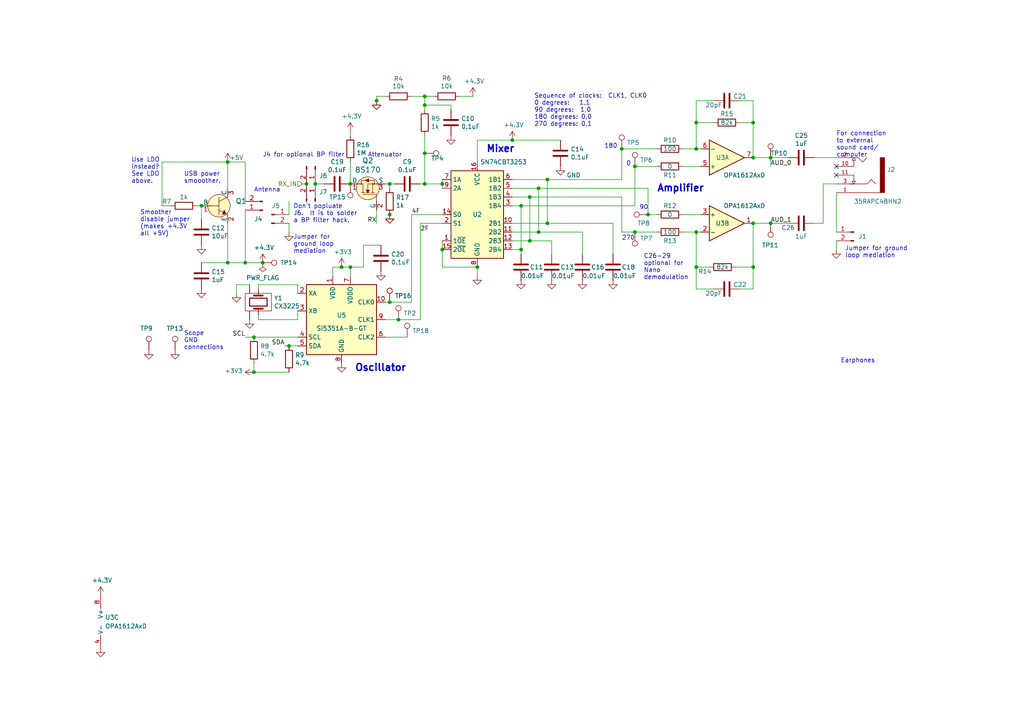
<source format=kicad_sch>
(kicad_sch (version 20230121) (generator eeschema)
  (paper "A4")
  (lib_symbols
    (symbol "Amplifier_Operational:OPA1612AxD" (pin_names (offset 0.127))
      (property "Reference" "U" (at 0 5.08 0))
      (property "Value" "OPA1612AxD" (at 0 -5.08 0))
      (symbol "OPA1612AxD_1_1"
        (pin output line (at 7.62 0 180) (length 2.54) (name "~") (number "1"))
        (pin input line (at -7.62 -2.54 0) (length 2.54) (name "-") (number "2"))
        (pin input line (at -7.62 2.54 0) (length 2.54) (name "+") (number "3"))
      )
      (symbol "OPA1612AxD_2_1"
        (pin input line (at -7.62 2.54 0) (length 2.54) (name "+") (number "5"))
        (pin input line (at -7.62 -2.54 0) (length 2.54) (name "-") (number "6"))
        (pin output line (at 7.62 0 180) (length 2.54) (name "~") (number "7"))
      )
      (symbol "OPA1612AxD_3_1"
        (pin power_in line (at -2.54 -7.62 90) (length 3.81) (name "V-") (number "4"))
        (pin power_in line (at -2.54 7.62 270) (length 3.81) (name "V+") (number "8"))
      )
    )
    (symbol "Analog_Switch:SN74CBT3253"
      (property "Reference" "U" (at -7.62 13.97 0))
      (property "Value" "SN74CBT3253" (at -11.43 -13.97 0))
      (symbol "SN74CBT3253_1_1"
        (pin input line (at -10.16 -7.62 0) (length 2.54) (name "1~{OE}") (number "1"))
        (pin bidirectional line (at 10.16 -2.54 180) (length 2.54) (name "2B1") (number "10"))
        (pin bidirectional line (at 10.16 -5.08 180) (length 2.54) (name "2B2") (number "11"))
        (pin bidirectional line (at 10.16 -7.62 180) (length 2.54) (name "2B3") (number "12"))
        (pin bidirectional line (at 10.16 -10.16 180) (length 2.54) (name "2B4") (number "13"))
        (pin input line (at -10.16 0 0) (length 2.54) (name "S0") (number "14"))
        (pin input line (at -10.16 -10.16 0) (length 2.54) (name "2~{OE}") (number "15"))
        (pin power_in line (at 0 15.24 270) (length 2.54) (name "VCC") (number "16"))
        (pin input line (at -10.16 -2.54 0) (length 2.54) (name "S1") (number "2"))
        (pin bidirectional line (at 10.16 2.54 180) (length 2.54) (name "1B4") (number "3"))
        (pin bidirectional line (at 10.16 5.08 180) (length 2.54) (name "1B3") (number "4"))
        (pin bidirectional line (at 10.16 7.62 180) (length 2.54) (name "1B2") (number "5"))
        (pin bidirectional line (at 10.16 10.16 180) (length 2.54) (name "1B1") (number "6"))
        (pin bidirectional line (at -10.16 10.16 0) (length 2.54) (name "1A") (number "7"))
        (pin power_in line (at 0 -15.24 90) (length 2.54) (name "GND") (number "8"))
        (pin bidirectional line (at -10.16 7.62 0) (length 2.54) (name "2A") (number "9"))
      )
    )
    (symbol "Device:C" (pin_numbers hide) (pin_names (offset 0.254))
      (property "Reference" "C" (at 0.635 2.54 0))
      (property "Value" "C" (at 0.635 -2.54 0))
      (symbol "C_1_1"
        (pin passive line (at 0 3.81 270) (length 2.794) (name "~") (number "1"))
        (pin passive line (at 0 -3.81 90) (length 2.794) (name "~") (number "2"))
      )
    )
    (symbol "Device:R" (pin_numbers hide) (pin_names (offset 0))
      (property "Reference" "R" (at 2.032 0 90))
      (property "Value" "R" (at 0 0 90))
      (symbol "R_1_1"
        (pin passive line (at 0 3.81 270) (length 1.27) (name "~") (number "1"))
        (pin passive line (at 0 -3.81 90) (length 1.27) (name "~") (number "2"))
      )
    )
    (symbol "Oscillator:Si5351A-B-GT"
      (property "Reference" "U" (at -8.89 11.43 0))
      (property "Value" "Si5351A-B-GT" (at -12.7 -12.7 0))
      (symbol "Si5351A-B-GT_1_1"
        (pin power_in line (at -2.54 12.7 270) (length 2.54) (name "VDD") (number "1"))
        (pin output line (at 12.7 5.08 180) (length 2.54) (name "CLK0") (number "10"))
        (pin input line (at -12.7 7.62 0) (length 2.54) (name "XA") (number "2"))
        (pin input line (at -12.7 2.54 0) (length 2.54) (name "XB") (number "3"))
        (pin input line (at -12.7 -5.08 0) (length 2.54) (name "SCL") (number "4"))
        (pin bidirectional line (at -12.7 -7.62 0) (length 2.54) (name "SDA") (number "5"))
        (pin output line (at 12.7 -5.08 180) (length 2.54) (name "CLK2") (number "6"))
        (pin power_in line (at 2.54 12.7 270) (length 2.54) (name "VDDO") (number "7"))
        (pin power_in line (at 0 -12.7 90) (length 2.54) (name "GND") (number "8"))
        (pin output line (at 12.7 0 180) (length 2.54) (name "CLK1") (number "9"))
      )
    )
    (symbol "dk_Transistors-FETs-MOSFETs-Single:BS170" (pin_names (offset 0))
      (property "Reference" "Q" (at -2.6924 3.6322 0))
      (property "Value" "BS170" (at 3.4544 0 90))
      (symbol "BS170_1_1"
        (pin bidirectional line (at 0 5.08 270) (length 2.54) (name "D") (number "1"))
        (pin bidirectional line (at -7.62 -2.54 0) (length 2.54) (name "G") (number "2"))
        (pin bidirectional line (at 0 -5.08 90) (length 2.54) (name "S") (number "3"))
      )
    )
    (symbol "muSDRx-rescue:+4.3V-lt6231" (power) (pin_names (offset 0))
      (property "Value" "+4.3V-lt6231" (at 0 3.556 0))
      (symbol "+4.3V-lt6231_1_1"
        (pin power_in line (at 0 0 90) (length 0) hide (name "+4.3V") (number "1"))
      )
    )
    (symbol "muSDRx-rescue:35RAPC4BHN2-35RAPC4BHN2" (pin_names (offset 1.016) hide)
      (property "Reference" "J" (at -5.1054 5.6134 0))
      (property "Value" "35RAPC4BHN2-35RAPC4BHN2" (at -5.1054 -7.6454 0))
      (symbol "35RAPC4BHN2-35RAPC4BHN2_0_0"
        (pin passive line (at 7.62 5.08 180) (length 5.08) (name "~") (number "1"))
        (pin passive line (at 7.62 -2.54 180) (length 5.08) (name "~") (number "10"))
        (pin passive line (at 7.62 0 180) (length 5.08) (name "~") (number "11"))
        (pin passive line (at 7.62 -5.08 180) (length 5.08) (name "~") (number "2"))
        (pin passive line (at 7.62 2.54 180) (length 5.08) (name "~") (number "3"))
      )
    )
    (symbol "muSDRx-rescue:CX3225-cx3225" (pin_numbers hide) (pin_names (offset 1.016) hide)
      (property "Reference" "Y" (at 0 5.08 0))
      (property "Value" "CX3225-cx3225" (at 0 -5.08 0))
      (symbol "CX3225-cx3225_1_1"
        (pin passive line (at -3.81 0 0) (length 1.27) (name "1") (number "1"))
        (pin passive line (at -5.08 2.54 0) (length 2.54) (name "GND") (number "2"))
        (pin passive line (at 3.81 0 180) (length 1.27) (name "2") (number "3"))
        (pin passive line (at 5.08 2.54 180) (length 2.54) (name "GND") (number "4"))
      )
    )
    (symbol "muSDRx-rescue:Conn_01x02_Male-Connector" (pin_names (offset 1.016) hide)
      (property "Reference" "J" (at 0 2.54 0))
      (property "Value" "Conn_01x02_Male-Connector" (at 0 -5.08 0))
      (symbol "Conn_01x02_Male-Connector_1_1"
        (pin passive line (at 5.08 0 180) (length 3.81) (name "Pin_1") (number "1"))
        (pin passive line (at 5.08 -2.54 180) (length 3.81) (name "Pin_2") (number "2"))
      )
    )
    (symbol "muSDRx-rescue:MMBT2222A-TP-dk_Transistors-Bipolar-BJT-Single-muSDR-rescue" (pin_names (offset 0))
      (property "Reference" "Q" (at -3.2004 4.2164 0))
      (property "Value" "MMBT2222A-TP-dk_Transistors-Bipolar-BJT-Single-muSDR-rescue" (at 5.2324 0 90))
      (symbol "MMBT2222A-TP-dk_Transistors-Bipolar-BJT-Single-muSDR-rescue_1_1"
        (pin input line (at -5.08 0 0) (length 2.54) (name "B") (number "1"))
        (pin passive line (at 2.54 -5.08 90) (length 2.54) (name "E") (number "2"))
        (pin passive line (at 2.54 5.08 270) (length 2.54) (name "C") (number "3"))
      )
    )
    (symbol "muSDRx-rescue:TestPoint-Connector" (pin_numbers hide) (pin_names (offset 0.762) hide)
      (property "Reference" "TP" (at 0 6.858 0))
      (property "Value" "TestPoint-Connector" (at 0 5.08 0))
      (symbol "TestPoint-Connector_1_1"
        (pin passive line (at 0 0 90) (length 2.54) (name "1") (number "1"))
      )
    )
    (symbol "power:+3.3V" (power) (pin_names (offset 0))
      (property "Value" "+3.3V" (at 0 3.556 0))
      (symbol "+3.3V_1_1"
        (pin power_in line (at 0 0 90) (length 0) hide (name "+3V3") (number "1"))
      )
    )
    (symbol "power:+5V" (power) (pin_names (offset 0))
      (property "Value" "+5V" (at 0 3.556 0))
      (symbol "+5V_1_1"
        (pin power_in line (at 0 0 90) (length 0) hide (name "+5V") (number "1"))
      )
    )
    (symbol "power:GND" (power) (pin_names (offset 0))
      (property "Value" "GND" (at 0 -3.81 0))
      (symbol "GND_1_1"
        (pin power_in line (at 0 0 270) (length 0) hide (name "GND") (number "1"))
      )
    )
    (symbol "power:PWR_FLAG" (power) (pin_numbers hide) (pin_names (offset 0) hide)
      (property "Value" "PWR_FLAG" (at 0 3.81 0))
      (symbol "PWR_FLAG_0_0"
        (pin power_out line (at 0 0 90) (length 0) (name "pwr") (number "1"))
      )
    )
  )
  (junction (at 113.03 53.34))
  (junction (at 153.67 57.15))
  (junction (at 58.42 59.69))
  (junction (at 218.44 45.72))
  (junction (at 223.52 64.77))
  (junction (at 128.27 53.34))
  (junction (at 151.13 72.39))
  (junction (at 73.66 107.95))
  (junction (at 91.44 53.34))
  (junction (at 223.52 45.72))
  (junction (at 99.06 77.47))
  (junction (at 66.04 46.99))
  (junction (at 201.93 67.31))
  (junction (at 123.19 27.94))
  (junction (at 158.75 64.77))
  (junction (at 113.03 87.63))
  (junction (at 187.96 62.23))
  (junction (at 218.44 64.77))
  (junction (at 113.03 62.23))
  (junction (at 128.27 72.39))
  (junction (at 153.67 69.85))
  (junction (at 158.75 52.07))
  (junction (at 123.19 44.45))
  (junction (at 66.04 76.2))
  (junction (at 123.19 30.48))
  (junction (at 218.44 77.47))
  (junction (at 218.44 35.56))
  (junction (at 180.34 43.18))
  (junction (at 101.6 77.47))
  (junction (at 201.93 35.56))
  (junction (at 123.19 53.34))
  (junction (at 184.15 67.31))
  (junction (at 138.43 77.47))
  (junction (at 83.82 100.33))
  (junction (at 156.21 54.61))
  (junction (at 201.93 43.18))
  (junction (at 109.22 29.21))
  (junction (at 156.21 67.31))
  (junction (at 73.66 97.79))
  (junction (at 201.93 77.47))
  (junction (at 148.59 40.64))
  (junction (at 151.13 59.69))
  (junction (at 184.15 48.26))
  (junction (at 71.12 76.2))
  (junction (at 101.6 53.34))
  (junction (at 88.9 53.34))
  (junction (at 76.2 76.2))
  (junction (at 115.57 92.71))
  (no_connect (at 242.57 48.26))
  (no_connect (at 242.57 50.8))
  (wire (pts (xy 123.19 27.94) (xy 119.38 27.94)))
  (wire (pts (xy 74.93 83.82) (xy 74.93 82.55)))
  (wire (pts (xy 180.34 43.18) (xy 190.5 43.18)))
  (wire (pts (xy 66.04 64.77) (xy 66.04 76.2)))
  (wire (pts (xy 86.36 92.71) (xy 86.36 90.17)))
  (wire (pts (xy 58.42 59.69) (xy 57.15 59.69)))
  (wire (pts (xy 74.93 92.71) (xy 86.36 92.71)))
  (wire (pts (xy 83.82 100.33) (xy 86.36 100.33)))
  (wire (pts (xy 115.57 92.71) (xy 121.92 92.71)))
  (wire (pts (xy 130.81 31.75) (xy 130.81 30.48)))
  (wire (pts (xy 83.82 58.42) (xy 83.82 62.23)))
  (wire (pts (xy 121.92 64.77) (xy 128.27 64.77)))
  (wire (pts (xy 58.42 76.2) (xy 66.04 76.2)))
  (wire (pts (xy 125.73 27.94) (xy 123.19 27.94)))
  (wire (pts (xy 105.41 77.47) (xy 105.41 71.12)))
  (wire (pts (xy 214.63 29.21) (xy 218.44 29.21)))
  (wire (pts (xy 223.52 48.26) (xy 223.52 45.72)))
  (wire (pts (xy 158.75 64.77) (xy 158.75 52.07)))
  (wire (pts (xy 66.04 54.61) (xy 66.04 46.99)))
  (wire (pts (xy 138.43 40.64) (xy 148.59 40.64)))
  (wire (pts (xy 128.27 69.85) (xy 128.27 72.39)))
  (wire (pts (xy 238.76 53.34) (xy 238.76 64.77)))
  (wire (pts (xy 113.03 87.63) (xy 119.38 87.63)))
  (wire (pts (xy 160.02 69.85) (xy 153.67 69.85)))
  (wire (pts (xy 128.27 54.61) (xy 128.27 53.34)))
  (wire (pts (xy 156.21 67.31) (xy 168.91 67.31)))
  (wire (pts (xy 184.15 59.69) (xy 184.15 48.26)))
  (wire (pts (xy 201.93 77.47) (xy 205.74 77.47)))
  (wire (pts (xy 68.58 82.55) (xy 72.39 82.55)))
  (wire (pts (xy 96.52 77.47) (xy 96.52 80.01)))
  (wire (pts (xy 128.27 72.39) (xy 128.27 77.47)))
  (wire (pts (xy 46.99 46.99) (xy 66.04 46.99)))
  (wire (pts (xy 83.82 64.77) (xy 83.82 67.31)))
  (wire (pts (xy 96.52 77.47) (xy 99.06 77.47)))
  (wire (pts (xy 109.22 64.77) (xy 109.22 60.96)))
  (wire (pts (xy 148.59 72.39) (xy 151.13 72.39)))
  (wire (pts (xy 151.13 72.39) (xy 151.13 73.66)))
  (wire (pts (xy 101.6 77.47) (xy 99.06 77.47)))
  (wire (pts (xy 236.22 45.72) (xy 242.57 45.72)))
  (wire (pts (xy 153.67 57.15) (xy 148.59 57.15)))
  (wire (pts (xy 151.13 59.69) (xy 151.13 72.39)))
  (wire (pts (xy 74.93 82.55) (xy 86.36 82.55)))
  (wire (pts (xy 148.59 59.69) (xy 151.13 59.69)))
  (wire (pts (xy 238.76 53.34) (xy 242.57 53.34)))
  (wire (pts (xy 121.92 53.34) (xy 123.19 53.34)))
  (wire (pts (xy 218.44 77.47) (xy 218.44 64.77)))
  (wire (pts (xy 71.12 58.42) (xy 71.12 46.99)))
  (wire (pts (xy 49.53 59.69) (xy 46.99 59.69)))
  (wire (pts (xy 201.93 35.56) (xy 207.01 35.56)))
  (wire (pts (xy 180.34 52.07) (xy 158.75 52.07)))
  (wire (pts (xy 214.63 35.56) (xy 218.44 35.56)))
  (wire (pts (xy 128.27 77.47) (xy 138.43 77.47)))
  (wire (pts (xy 66.04 76.2) (xy 71.12 76.2)))
  (wire (pts (xy 158.75 64.77) (xy 177.8 64.77)))
  (wire (pts (xy 187.96 54.61) (xy 156.21 54.61)))
  (wire (pts (xy 46.99 46.99) (xy 46.99 59.69)))
  (wire (pts (xy 190.5 62.23) (xy 187.96 62.23)))
  (wire (pts (xy 114.3 53.34) (xy 113.03 53.34)))
  (wire (pts (xy 198.12 67.31) (xy 201.93 67.31)))
  (wire (pts (xy 101.6 38.1) (xy 101.6 39.37)))
  (wire (pts (xy 201.93 35.56) (xy 201.93 29.21)))
  (wire (pts (xy 180.34 57.15) (xy 180.34 67.31)))
  (wire (pts (xy 180.34 52.07) (xy 180.34 43.18)))
  (wire (pts (xy 218.44 64.77) (xy 223.52 64.77)))
  (wire (pts (xy 111.76 97.79) (xy 118.11 97.79)))
  (wire (pts (xy 123.19 53.34) (xy 128.27 53.34)))
  (wire (pts (xy 109.22 27.94) (xy 109.22 29.21)))
  (wire (pts (xy 73.66 97.79) (xy 86.36 97.79)))
  (wire (pts (xy 218.44 35.56) (xy 218.44 45.72)))
  (wire (pts (xy 121.92 92.71) (xy 121.92 64.77)))
  (wire (pts (xy 218.44 45.72) (xy 223.52 45.72)))
  (wire (pts (xy 101.6 80.01) (xy 101.6 77.47)))
  (wire (pts (xy 105.41 71.12) (xy 110.49 71.12)))
  (wire (pts (xy 203.2 62.23) (xy 198.12 62.23)))
  (wire (pts (xy 73.66 97.79) (xy 71.12 97.79)))
  (wire (pts (xy 180.34 67.31) (xy 184.15 67.31)))
  (wire (pts (xy 201.93 67.31) (xy 201.93 77.47)))
  (wire (pts (xy 123.19 30.48) (xy 123.19 27.94)))
  (wire (pts (xy 218.44 77.47) (xy 218.44 83.82)))
  (wire (pts (xy 111.76 87.63) (xy 113.03 87.63)))
  (wire (pts (xy 148.59 69.85) (xy 153.67 69.85)))
  (wire (pts (xy 82.55 100.33) (xy 83.82 100.33)))
  (wire (pts (xy 184.15 67.31) (xy 190.5 67.31)))
  (wire (pts (xy 203.2 48.26) (xy 198.12 48.26)))
  (wire (pts (xy 207.01 83.82) (xy 201.93 83.82)))
  (wire (pts (xy 203.2 43.18) (xy 201.93 43.18)))
  (wire (pts (xy 153.67 69.85) (xy 153.67 57.15)))
  (wire (pts (xy 223.52 45.72) (xy 228.6 45.72)))
  (wire (pts (xy 111.76 27.94) (xy 109.22 27.94)))
  (wire (pts (xy 138.43 46.99) (xy 138.43 40.64)))
  (wire (pts (xy 162.56 40.64) (xy 148.59 40.64)))
  (wire (pts (xy 130.81 30.48) (xy 123.19 30.48)))
  (wire (pts (xy 74.93 91.44) (xy 74.93 92.71)))
  (wire (pts (xy 111.76 92.71) (xy 115.57 92.71)))
  (wire (pts (xy 242.57 69.85) (xy 242.57 72.39)))
  (wire (pts (xy 101.6 77.47) (xy 105.41 77.47)))
  (wire (pts (xy 223.52 64.77) (xy 228.6 64.77)))
  (wire (pts (xy 213.36 77.47) (xy 218.44 77.47)))
  (wire (pts (xy 68.58 85.09) (xy 68.58 82.55)))
  (wire (pts (xy 177.8 64.77) (xy 177.8 73.66)))
  (wire (pts (xy 71.12 46.99) (xy 66.04 46.99)))
  (wire (pts (xy 201.93 43.18) (xy 201.93 35.56)))
  (wire (pts (xy 123.19 39.37) (xy 123.19 44.45)))
  (wire (pts (xy 71.12 76.2) (xy 76.2 76.2)))
  (wire (pts (xy 138.43 77.47) (xy 138.43 80.01)))
  (wire (pts (xy 201.93 43.18) (xy 198.12 43.18)))
  (wire (pts (xy 242.57 55.88) (xy 242.57 67.31)))
  (wire (pts (xy 113.03 53.34) (xy 113.03 54.61)))
  (wire (pts (xy 218.44 29.21) (xy 218.44 35.56)))
  (wire (pts (xy 73.66 105.41) (xy 73.66 107.95)))
  (wire (pts (xy 111.76 53.34) (xy 113.03 53.34)))
  (wire (pts (xy 214.63 83.82) (xy 218.44 83.82)))
  (wire (pts (xy 184.15 48.26) (xy 190.5 48.26)))
  (wire (pts (xy 151.13 59.69) (xy 184.15 59.69)))
  (wire (pts (xy 133.35 27.94) (xy 137.16 27.94)))
  (wire (pts (xy 160.02 69.85) (xy 160.02 73.66)))
  (wire (pts (xy 187.96 62.23) (xy 187.96 54.61)))
  (wire (pts (xy 71.12 60.96) (xy 71.12 76.2)))
  (wire (pts (xy 148.59 64.77) (xy 158.75 64.77)))
  (wire (pts (xy 73.66 107.95) (xy 83.82 107.95)))
  (wire (pts (xy 158.75 52.07) (xy 148.59 52.07)))
  (wire (pts (xy 123.19 44.45) (xy 123.19 53.34)))
  (wire (pts (xy 58.42 59.69) (xy 58.42 63.5)))
  (wire (pts (xy 156.21 67.31) (xy 148.59 67.31)))
  (wire (pts (xy 93.98 53.34) (xy 91.44 53.34)))
  (wire (pts (xy 156.21 54.61) (xy 156.21 67.31)))
  (wire (pts (xy 201.93 77.47) (xy 201.93 83.82)))
  (wire (pts (xy 128.27 53.34) (xy 128.27 52.07)))
  (wire (pts (xy 207.01 29.21) (xy 201.93 29.21)))
  (wire (pts (xy 119.38 87.63) (xy 119.38 62.23)))
  (wire (pts (xy 201.93 67.31) (xy 203.2 67.31)))
  (wire (pts (xy 153.67 57.15) (xy 180.34 57.15)))
  (wire (pts (xy 148.59 54.61) (xy 156.21 54.61)))
  (wire (pts (xy 119.38 62.23) (xy 128.27 62.23)))
  (wire (pts (xy 236.22 64.77) (xy 238.76 64.77)))
  (wire (pts (xy 88.9 53.34) (xy 87.63 53.34)))
  (wire (pts (xy 101.6 46.99) (xy 101.6 53.34)))
  (wire (pts (xy 86.36 82.55) (xy 86.36 85.09)))
  (wire (pts (xy 168.91 67.31) (xy 168.91 73.66)))
  (wire (pts (xy 123.19 31.75) (xy 123.19 30.48)))
  (text "0" (at 181.61 48.26 0) (effects (font (size 1.27 1.27)) (justify left bottom)))
  (text "Amplifier" (at 190.5 55.88 0) (effects (font (size 2.0066 2.0066) (thickness 0.4013) bold) (justify left bottom)))
  (text "180\n" (at 175.26 43.18 0) (effects (font (size 1.27 1.27)) (justify left bottom)))
  (text "Use LDO\ninstead?\nSee LDO\nabove." (at 38.1 53.34 0) (effects (font (size 1.27 1.27)) (justify left bottom)))
  (text "Smoother\ndisable jumper\n(makes +4.3V \nall +5V)" (at 40.64 68.58 0) (effects (font (size 1.27 1.27)) (justify left bottom)))
  (text "270" (at 180.34 69.85 0) (effects (font (size 1.27 1.27)) (justify left bottom)))
  (text "Attenuator" (at 106.68 45.72 0) (effects (font (size 1.27 1.27)) (justify left bottom)))
  (text "J4 for optional BP filter" (at 76.2 45.72 0) (effects (font (size 1.27 1.27)) (justify left bottom)))
  (text "For connection\nto external \nsound card/\ncomputer" (at 242.57 45.72 0) (effects (font (size 1.27 1.27)) (justify left bottom)))
  (text "Oscillator" (at 102.87 107.95 0) (effects (font (size 2.0066 2.0066) (thickness 0.4013) bold) (justify left bottom)))
  (text "Don't popluate\nJ6.  It is to solder\na BP filter hack." (at 85.09 64.77 0) (effects (font (size 1.27 1.27)) (justify left bottom)))
  (text "90" (at 185.42 60.96 0) (effects (font (size 1.27 1.27)) (justify left bottom)))
  (text "Earphones" (at 243.84 105.41 0) (effects (font (size 1.27 1.27)) (justify left bottom)))
  (text "USB power\nsmooother." (at 53.34 53.34 0) (effects (font (size 1.27 1.27)) (justify left bottom)))
  (text "Scope \nGND\nconnections" (at 53.34 101.6 0) (effects (font (size 1.27 1.27)) (justify left bottom)))
  (text "Jumper for \nground loop \nmediation" (at 85.09 73.66 0) (effects (font (size 1.27 1.27)) (justify left bottom)))
  (text "Mixer" (at 140.97 44.45 0) (effects (font (size 2.0066 2.0066) (thickness 0.4013) bold) (justify left bottom)))
  (text "Sequence of clocks:  CLK1, CLK0\n0 degrees:   1,1\n90 degrees:  1,0\n180 degrees: 0,0\n270 degrees: 0,1" (at 154.94 36.83 0) (effects (font (size 1.27 1.27)) (justify left bottom)))
  (text "Jumper for ground \nloop mediation" (at 245.11 74.93 0) (effects (font (size 1.27 1.27)) (justify left bottom)))
  (text "C26-29 \noptional for \nNano\ndemodulation" (at 186.69 81.28 0) (effects (font (size 1.27 1.27)) (justify left bottom)))
  (text "Antenna" (at 73.66 55.88 0) (effects (font (size 1.27 1.27)) (justify left bottom)))
  (label "2F" (at 121.92 67.31 0))
  (label "4F" (at 119.38 62.23 0))
  (label "SDA" (at 82.55 100.33 180))
  (label "SCL" (at 71.12 97.79 180))
  (label "AUD_1" (at 223.52 64.77 0))
  (label "AUD_0" (at 223.52 48.26 0))
  (label "RX" (at 109.22 64.77 180))
  (hierarchical_label "RX_IN" (shape input) (at 87.63 53.34 180))
  (symbol (lib_id "Device:C") (at 232.41 45.72 270) (unit 1)
    (property "Reference" "C25" (at 232.41 39.3192 90))
    (property "Value" "1uF" (at 232.41 41.6306 90))
    (property "Footprint" "Capacitors_SMD:C_0805" (effects hide))
    (instances (project "SDR-TRX" (path "" (reference "C25") (unit 1))) (project "muSDRx" (path "" (reference "C22") (unit 1))))
  )
  (symbol (lib_id "power:GND") (at 109.22 29.21 0) (unit 1)
    (property "Reference" "#PWR048" (effects hide))
    (property "Value" "GND" (effects hide))
    (instances (project "SDR-TRX" (path "" (reference "#PWR048") (unit 1))) (project "muSDRx" (path "" (reference "#PWR024") (unit 1))))
  )
  (symbol (lib_id "power:GND") (at 99.06 105.41 0) (unit 1)
    (property "Reference" "#PWR046" (effects hide))
    (property "Value" "GND" (effects hide))
    (instances (project "SDR-TRX" (path "" (reference "#PWR046") (unit 1))) (project "muSDRx" (path "" (reference "#PWR022") (unit 1))))
  )
  (symbol (lib_id "muSDRx-rescue:TestPoint-Connector") (at 50.8 101.6 0) (unit 1)
    (property "Reference" "TP13" (at 48.26 95.25 0) (effects (justify left)))
    (property "Value" "TestPoint" (effects hide))
    (property "Footprint" "Connectors:PINTST" (effects hide))
    (instances (project "SDR-TRX" (path "" (reference "TP13") (unit 1))) (project "muSDRx" (path "" (reference "TP11") (unit 1))))
  )
  (symbol (lib_id "Device:C") (at 151.13 77.47 0) (unit 1)
    (property "Reference" "C11" (at 153.67 77.47 0) (effects (justify left)))
    (property "Value" "0.01uF" (at 151.13 80.01 0) (effects (justify left)))
    (property "Footprint" "Capacitors_SMD:C_0805" (effects hide))
  )
  (symbol (lib_id "Device:C") (at 168.91 77.47 0) (unit 1)
    (property "Reference" "C16" (at 171.45 77.47 0) (effects (justify left)))
    (property "Value" "0.01uF" (at 168.91 80.01 0) (effects (justify left)))
    (property "Footprint" "Capacitors_SMD:C_0805" (effects hide))
    (instances (project "SDR-TRX" (path "" (reference "C16") (unit 1))) (project "muSDRx" (path "" (reference "C14") (unit 1))))
  )
  (symbol (lib_id "power:GND") (at 29.21 187.96 0) (mirror y) (unit 1)
    (property "Reference" "#PWR022" (effects hide))
    (property "Value" "GND" (effects hide))
    (instances (project "SDR-TRX" (path "" (reference "#PWR022") (unit 1))) (project "muSDRx" (path "" (reference "#PWR059") (unit 1))))
  )
  (symbol (lib_id "muSDRx-rescue:Conn_01x02_Male-Connector") (at 91.44 58.42 270) (mirror x) (unit 1)
    (property "Reference" "J7" (at 92.5576 55.6768 90) (effects (justify left)))
    (property "Value" "Conn_01x02_Male" (effects hide))
    (property "Footprint" "Pin_Headers:Pin_Header_Straight_1x02_Pitch2.54mm" (effects hide))
    (instances (project "SDR-TRX" (path "" (reference "J7") (unit 1))) (project "muSDRx" (path "" (reference "J6") (unit 1))))
  )
  (symbol (lib_id "power:GND") (at 83.82 67.31 0) (unit 1)
    (property "Reference" "#PWR042" (effects hide))
    (property "Value" "GND" (effects hide))
    (instances (project "SDR-TRX" (path "" (reference "#PWR042") (unit 1))) (project "muSDRx" (path "" (reference "#PWR020") (unit 1))))
  )
  (symbol (lib_id "power:GND") (at 138.43 80.01 0) (unit 1)
    (property "Reference" "#PWR019" (effects hide))
    (property "Value" "GND" (effects hide))
    (instances (project "SDR-TRX" (path "" (reference "#PWR019") (unit 1))) (project "muSDRx" (path "" (reference "#PWR031") (unit 1))))
  )
  (symbol (lib_id "Device:R") (at 210.82 35.56 270) (unit 1)
    (property "Reference" "R15" (at 210.82 33.02 90))
    (property "Value" "82k" (at 210.82 35.56 90))
    (property "Footprint" "Resistors_SMD:R_0805" (effects hide))
    (instances (project "SDR-TRX" (path "" (reference "R15") (unit 1))) (project "muSDRx" (path "" (reference "R22") (unit 1))))
  )
  (symbol (lib_id "Amplifier_Operational:OPA1612AxD") (at 210.82 45.72 0) (mirror x) (unit 2)
    (property "Reference" "U3" (at 209.55 64.77 0))
    (property "Value" "OPA1612AxD" (at 215.9 50.8 0))
    (property "Datasheet" "http://www.ti.com/lit/ds/symlink/opa1612.pdf" (effects hide))
  )
  (symbol (lib_id "muSDRx-rescue:TestPoint-Connector") (at 113.03 87.63 0) (unit 1)
    (property "Reference" "TP1" (at 114.5032 85.8012 0) (effects (justify left)))
    (property "Value" "TestPoint" (effects hide))
    (property "Footprint" "Connectors:PINTST" (effects hide))
    (instances (project "SDR-TRX" (path "" (reference "TP1") (unit 1))) (project "muSDRx" (path "" (reference "TP2") (unit 1))))
  )
  (symbol (lib_id "power:+5V") (at 66.04 46.99 0) (unit 1)
    (property "Reference" "#PWR036" (effects hide))
    (property "Value" "+5V" (at 68.58 45.72 0))
    (instances (project "SDR-TRX" (path "" (reference "#PWR036") (unit 1))) (project "muSDRx" (path "" (reference "#PWR012") (unit 1))))
  )
  (symbol (lib_id "Oscillator:Si5351A-B-GT") (at 99.06 92.71 0) (unit 1)
    (property "Reference" "U5" (at 99.06 91.44 0))
    (property "Value" "Si5351A-B-GT" (at 99.06 95.25 0))
    (property "Footprint" "Housings_SSOP:MSOP-10_3x3mm_Pitch0.5mm" (effects hide))
    (property "Datasheet" "https://www.silabs.com/documents/public/data-sheets/Si5351-B.pdf" (effects hide))
    (instances (project "SDR-TRX" (path "" (reference "U5") (unit 1))) (project "muSDRx" (path "" (reference "U2") (unit 1))))
  )
  (symbol (lib_id "power:GND") (at 110.49 78.74 0) (unit 1)
    (property "Reference" "#PWR049" (effects hide))
    (property "Value" "GND" (effects hide))
    (instances (project "SDR-TRX" (path "" (reference "#PWR049") (unit 1))) (project "muSDRx" (path "" (reference "#PWR025") (unit 1))))
  )
  (symbol (lib_id "Device:C") (at 118.11 53.34 270) (unit 1)
    (property "Reference" "C9" (at 118.11 46.9392 90))
    (property "Value" "0.1uF" (at 118.11 49.2506 90))
    (property "Footprint" "Capacitors_SMD:C_0805" (effects hide))
    (instances (project "SDR-TRX" (path "" (reference "C9") (unit 1))) (project "muSDRx" (path "" (reference "C6") (unit 1))))
  )
  (symbol (lib_id "power:GND") (at 151.13 81.28 0) (unit 1)
    (property "Reference" "#PWR021" (effects hide))
    (property "Value" "GND" (effects hide))
    (instances (project "SDR-TRX" (path "" (reference "#PWR021") (unit 1))) (project "muSDRx" (path "" (reference "#PWR039") (unit 1))))
  )
  (symbol (lib_id "muSDRx-rescue:Conn_01x02_Male-Connector") (at 78.74 62.23 0) (unit 1)
    (property "Reference" "J5" (at 80.01 59.69 0))
    (property "Value" "Conn_01x02_Male" (effects hide))
    (property "Footprint" "Pin_Headers:Pin_Header_Straight_1x02_Pitch2.54mm" (effects hide))
    (instances (project "SDR-TRX" (path "" (reference "J5") (unit 1))) (project "muSDRx" (path "" (reference "J3") (unit 1))))
  )
  (symbol (lib_id "power:GND") (at 43.18 101.6 0) (unit 1)
    (property "Reference" "#PWR029" (effects hide))
    (property "Value" "GND" (effects hide))
    (instances (project "SDR-TRX" (path "" (reference "#PWR029") (unit 1))) (project "muSDRx" (path "" (reference "#PWR050") (unit 1))))
  )
  (symbol (lib_id "muSDRx-rescue:MMBT2222A-TP-dk_Transistors-Bipolar-BJT-Single-muSDR-rescue") (at 63.5 59.69 0) (unit 1)
    (property "Reference" "Q1" (at 68.2752 58.3438 0) (effects (font (size 1.524 1.524)) (justify left)))
    (property "Value" "MMBT2222A-TP" (effects hide))
    (property "Footprint" "digikey-footprints:SOT-23-3" (effects hide))
    (property "Datasheet" "http://www.mccsemi.com/up_pdf/MMBT2222A(SOT-23).pdf" (effects hide))
    (property "Digi-Key_PN" "MMBT2222ATPMSCT-ND" (effects hide))
    (property "MPN" "MMBT2222A-TP" (effects hide))
    (property "Category" "Discrete Semiconductor Products" (effects hide))
    (property "Family" "Transistors - Bipolar (BJT) - Single" (effects hide))
    (property "DK_Datasheet_Link" "http://www.mccsemi.com/up_pdf/MMBT2222A(SOT-23).pdf" (effects hide))
    (property "DK_Detail_Page" "/product-detail/en/micro-commercial-co/MMBT2222A-TP/MMBT2222ATPMSCT-ND/717394" (effects hide))
    (property "Description" "TRANS NPN 40V 0.6A SOT23" (effects hide))
    (property "Manufacturer" "Micro Commercial Co" (effects hide))
    (property "Status" "Active" (effects hide))
  )
  (symbol (lib_id "power:GND") (at 72.39 92.71 0) (unit 1)
    (property "Reference" "#PWR039" (effects hide))
    (property "Value" "GND" (effects hide))
    (instances (project "SDR-TRX" (path "" (reference "#PWR039") (unit 1))) (project "muSDRx" (path "" (reference "#PWR015") (unit 1))))
  )
  (symbol (lib_id "Device:R") (at 209.55 77.47 270) (mirror x) (unit 1)
    (property "Reference" "R14" (at 204.47 78.74 90))
    (property "Value" "82k" (at 209.55 77.47 90))
    (property "Footprint" "Resistors_SMD:R_0805" (effects hide))
    (instances (project "SDR-TRX" (path "" (reference "R14") (unit 1))) (project "muSDRx" (path "" (reference "R21") (unit 1))))
  )
  (symbol (lib_id "Device:R") (at 194.31 62.23 270) (unit 1)
    (property "Reference" "R12" (at 194.31 59.69 90))
    (property "Value" "0" (at 194.31 62.23 90))
    (property "Footprint" "Resistors_SMD:R_0805" (effects hide))
    (instances (project "SDR-TRX" (path "" (reference "R12") (unit 1))) (project "muSDRx" (path "" (reference "R19") (unit 1))))
  )
  (symbol (lib_id "Device:C") (at 130.81 35.56 0) (unit 1)
    (property "Reference" "C10" (at 133.731 34.3916 0) (effects (justify left)))
    (property "Value" "0.1uF" (at 133.731 36.703 0) (effects (justify left)))
    (property "Footprint" "Capacitors_SMD:C_0805" (effects hide))
    (instances (project "SDR-TRX" (path "" (reference "C10") (unit 1))) (project "muSDRx" (path "" (reference "C7") (unit 1))))
  )
  (symbol (lib_id "muSDRx-rescue:TestPoint-Connector") (at 223.52 45.72 0) (unit 1)
    (property "Reference" "TP10" (at 223.52 44.45 0) (effects (justify left)))
    (property "Value" "TestPoint" (effects hide))
    (property "Footprint" "Connectors:PINTST" (effects hide))
    (instances (project "SDR-TRX" (path "" (reference "TP10") (unit 1))) (project "muSDRx" (path "" (reference "TP13") (unit 1))))
  )
  (symbol (lib_id "muSDRx-rescue:TestPoint-Connector") (at 43.18 101.6 0) (unit 1)
    (property "Reference" "TP9" (at 40.64 95.25 0) (effects (justify left)))
    (property "Value" "TestPoint" (effects hide))
    (property "Footprint" "Connectors:PINTST" (effects hide))
    (instances (project "SDR-TRX" (path "" (reference "TP9") (unit 1))) (project "muSDRx" (path "" (reference "TP10") (unit 1))))
  )
  (symbol (lib_id "Device:R") (at 129.54 27.94 270) (unit 1)
    (property "Reference" "R6" (at 129.54 22.6822 90))
    (property "Value" "10k" (at 129.54 24.9936 90))
    (property "Footprint" "Resistors_SMD:R_0805" (effects hide))
    (instances (project "SDR-TRX" (path "" (reference "R6") (unit 1))) (project "muSDRx" (path "" (reference "R10") (unit 1))))
  )
  (symbol (lib_id "power:+3.3V") (at 99.06 77.47 0) (unit 1)
    (property "Reference" "#PWR045" (effects hide))
    (property "Value" "+3.3V" (at 99.441 73.0758 0))
    (instances (project "SDR-TRX" (path "" (reference "#PWR045") (unit 1))) (project "muSDRx" (path "" (reference "#PWR021") (unit 1))))
  )
  (symbol (lib_id "Device:R") (at 123.19 35.56 0) (unit 1)
    (property "Reference" "R5" (at 124.968 34.3916 0) (effects (justify left)))
    (property "Value" "1k" (at 124.968 36.703 0) (effects (justify left)))
    (property "Footprint" "Resistors_SMD:R_0805" (effects hide))
    (instances (project "SDR-TRX" (path "" (reference "R5") (unit 1))) (project "muSDRx" (path "" (reference "R9") (unit 1))))
  )
  (symbol (lib_id "muSDRx-rescue:TestPoint-Connector") (at 76.2 76.2 270) (unit 1)
    (property "Reference" "TP14" (at 81.28 76.2 90) (effects (justify left)))
    (property "Value" "TestPoint" (effects hide))
    (property "Footprint" "Connectors:PINTST" (effects hide))
    (instances (project "SDR-TRX" (path "" (reference "TP14") (unit 1))) (project "muSDRx" (path "" (reference "TP1") (unit 1))))
  )
  (symbol (lib_id "Device:C") (at 110.49 74.93 0) (unit 1)
    (property "Reference" "C20" (at 113.411 73.7616 0) (effects (justify left)))
    (property "Value" "0.1uF" (at 113.411 76.073 0) (effects (justify left)))
    (property "Footprint" "Capacitors_SMD:C_0805" (effects hide))
    (instances (project "SDR-TRX" (path "" (reference "C20") (unit 1))) (project "muSDRx" (path "" (reference "C5") (unit 1))))
  )
  (symbol (lib_id "muSDRx-rescue:+4.3V-lt6231") (at 148.59 40.64 0) (unit 1)
    (property "Reference" "#PWR020" (effects hide))
    (property "Value" "+4.3V" (at 148.971 36.2458 0))
    (instances (project "SDR-TRX" (path "" (reference "#PWR020") (unit 1))) (project "muSDRx" (path "" (reference "#PWR036") (unit 1))))
  )
  (symbol (lib_id "Device:R") (at 113.03 58.42 0) (unit 1)
    (property "Reference" "R17" (at 114.808 57.2516 0) (effects (justify left)))
    (property "Value" "1k" (at 114.808 59.563 0) (effects (justify left)))
    (property "Footprint" "Resistor_SMD:R_0805_2012Metric" (effects hide))
    (instances (project "SDR-TRX" (path "" (reference "R17") (unit 1))) (project "muSDRx" (path "" (reference "R28") (unit 1))))
  )
  (symbol (lib_id "muSDRx-rescue:TestPoint-Connector") (at 223.52 64.77 180) (unit 1)
    (property "Reference" "TP11" (at 220.98 71.12 0) (effects (justify right)))
    (property "Value" "TestPoint" (effects hide))
    (property "Footprint" "Connectors:PINTST" (effects hide))
    (instances (project "SDR-TRX" (path "" (reference "TP11") (unit 1))) (project "muSDRx" (path "" (reference "TP14") (unit 1))))
  )
  (symbol (lib_id "muSDRx-rescue:+4.3V-lt6231") (at 76.2 76.2 0) (unit 1)
    (property "Reference" "#PWR041" (effects hide))
    (property "Value" "+4.3V" (at 76.581 71.8058 0))
    (instances (project "SDR-TRX" (path "" (reference "#PWR041") (unit 1))) (project "muSDRx" (path "" (reference "#PWR014") (unit 1))))
  )
  (symbol (lib_id "muSDRx-rescue:+4.3V-lt6231") (at 29.21 172.72 0) (unit 1)
    (property "Reference" "#PWR015" (effects hide))
    (property "Value" "+4.3V" (at 29.591 168.3258 0))
    (instances (project "SDR-TRX" (path "" (reference "#PWR015") (unit 1))) (project "muSDRx" (path "" (reference "#PWR030") (unit 1))))
  )
  (symbol (lib_id "Device:C") (at 232.41 64.77 270) (unit 1)
    (property "Reference" "C26" (at 228.6 66.04 90))
    (property "Value" "1uF" (at 232.41 68.58 90))
    (property "Footprint" "Capacitors_SMD:C_0805" (effects hide))
    (instances (project "SDR-TRX" (path "" (reference "C26") (unit 1))) (project "muSDRx" (path "" (reference "C23") (unit 1))))
  )
  (symbol (lib_id "Device:C") (at 162.56 44.45 0) (unit 1)
    (property "Reference" "C14" (at 165.481 43.2816 0) (effects (justify left)))
    (property "Value" "0.1uF" (at 165.481 45.593 0) (effects (justify left)))
    (property "Footprint" "Capacitors_SMD:C_0805" (effects hide))
    (instances (project "SDR-TRX" (path "" (reference "C14") (unit 1))) (project "muSDRx" (path "" (reference "C13") (unit 1))))
  )
  (symbol (lib_id "Device:R") (at 83.82 104.14 0) (unit 1)
    (property "Reference" "R9" (at 85.598 102.9716 0) (effects (justify left)))
    (property "Value" "4.7k" (at 85.598 105.283 0) (effects (justify left)))
    (property "Footprint" "Resistors_SMD:R_0805" (effects hide))
    (instances (project "SDR-TRX" (path "" (reference "R9") (unit 1))) (project "muSDRx" (path "" (reference "R7") (unit 1))))
  )
  (symbol (lib_id "muSDRx-rescue:Conn_01x02_Male-Connector") (at 247.65 67.31 0) (mirror y) (unit 1)
    (property "Reference" "J1" (at 250.19 68.58 0))
    (property "Value" "Conn_01x02_Male" (effects hide))
    (property "Footprint" "Pin_Headers:Pin_Header_Straight_1x02_Pitch2.54mm" (effects hide))
    (instances (project "SDR-TRX" (path "" (reference "J1") (unit 1))) (project "muSDRx" (path "" (reference "J11") (unit 1))))
  )
  (symbol (lib_id "Device:R") (at 73.66 101.6 0) (unit 1)
    (property "Reference" "R8" (at 75.438 100.4316 0) (effects (justify left)))
    (property "Value" "4.7k" (at 75.438 102.743 0) (effects (justify left)))
    (property "Footprint" "Resistors_SMD:R_0805" (effects hide))
    (instances (project "SDR-TRX" (path "" (reference "R8") (unit 1))) (project "muSDRx" (path "" (reference "R5") (unit 1))))
  )
  (symbol (lib_id "Device:R") (at 115.57 27.94 270) (unit 1)
    (property "Reference" "R4" (at 115.57 22.86 90))
    (property "Value" "10k" (at 115.57 24.9936 90))
    (property "Footprint" "Resistors_SMD:R_0805" (effects hide))
    (instances (project "SDR-TRX" (path "" (reference "R4") (unit 1))) (project "muSDRx" (path "" (reference "R8") (unit 1))))
  )
  (symbol (lib_id "Device:R") (at 53.34 59.69 270) (unit 1)
    (property "Reference" "R7" (at 46.99 58.42 90) (effects (justify left)))
    (property "Value" "1k" (at 52.07 57.15 90) (effects (justify left)))
    (property "Footprint" "Resistor_SMD:R_0805_2012Metric" (effects hide))
    (instances (project "SDR-TRX" (path "" (reference "R7") (unit 1))) (project "muSDRx" (path "" (reference "R27") (unit 1))))
  )
  (symbol (lib_id "Device:C") (at 58.42 80.01 0) (unit 1)
    (property "Reference" "C15" (at 61.341 78.8416 0) (effects (justify left)))
    (property "Value" "1uF" (at 61.341 81.153 0) (effects (justify left)))
    (property "Footprint" "Capacitors_SMD:C_0805" (effects hide))
    (instances (project "SDR-TRX" (path "" (reference "C15") (unit 1))) (project "muSDRx" (path "" (reference "C3") (unit 1))))
  )
  (symbol (lib_id "Device:C") (at 97.79 53.34 270) (unit 1)
    (property "Reference" "C19" (at 97.79 46.9392 90))
    (property "Value" "0.1uF" (at 97.79 49.2506 90))
    (property "Footprint" "Capacitor_SMD:C_0805_2012Metric" (effects hide))
    (instances (project "SDR-TRX" (path "" (reference "C19") (unit 1))) (project "muSDRx" (path "" (reference "C25") (unit 1))))
  )
  (symbol (lib_id "power:PWR_FLAG") (at 76.2 76.2 180) (unit 1)
    (property "Reference" "#FLG02" (effects hide))
    (property "Value" "PWR_FLAG" (at 76.2 80.5942 0))
    (instances (project "SDR-TRX" (path "" (reference "#FLG02") (unit 1))) (project "muSDRx" (path "" (reference "#FLG0102") (unit 1))))
  )
  (symbol (lib_id "power:GND") (at 130.81 39.37 0) (unit 1)
    (property "Reference" "#PWR017" (effects hide))
    (property "Value" "GND" (effects hide))
    (instances (project "SDR-TRX" (path "" (reference "#PWR017") (unit 1))) (project "muSDRx" (path "" (reference "#PWR029") (unit 1))))
  )
  (symbol (lib_id "muSDRx-rescue:TestPoint-Connector") (at 180.34 43.18 0) (unit 1)
    (property "Reference" "TP5" (at 181.8132 41.3512 0) (effects (justify left)))
    (property "Value" "TestPoint" (effects hide))
    (property "Footprint" "Connectors:PINTST" (effects hide))
    (instances (project "SDR-TRX" (path "" (reference "TP5") (unit 1))) (project "muSDRx" (path "" (reference "TP6") (unit 1))))
  )
  (symbol (lib_id "power:GND") (at 109.22 29.21 0) (unit 1)
    (property "Reference" "#PWR014" (effects hide))
    (property "Value" "GND" (effects hide))
    (instances (project "SDR-TRX" (path "" (reference "#PWR014") (unit 1))) (project "muSDRx" (path "" (reference "#PWR024") (unit 1))))
  )
  (symbol (lib_id "muSDRx-rescue:TestPoint-Connector") (at 101.6 53.34 180) (unit 1)
    (property "Reference" "TP15" (at 100.33 57.15 0) (effects (justify left)))
    (property "Value" "TestPoint" (effects hide))
    (property "Footprint" "TestPoint:TestPoint_THTPad_D1.5mm_Drill0.7mm" (effects hide))
    (instances (project "SDR-TRX" (path "" (reference "TP15") (unit 1))) (project "muSDRx" (path "" (reference "TP18") (unit 1))))
  )
  (symbol (lib_id "muSDRx-rescue:35RAPC4BHN2-35RAPC4BHN2") (at 250.19 50.8 180) (unit 1)
    (property "Reference" "J2" (at 257.2512 49.1998 0) (effects (justify right)))
    (property "Value" "35RAPC4BHN2" (at 247.65 58.42 0) (effects (justify right)))
    (property "Footprint" "SWITCHCRAFT_35RAPC4BHN2" (effects hide))
    (property "PRICE" "1.01 USD" (effects hide))
    (property "STANDARD" "Manufacturer Recommendation" (effects hide))
    (property "PACKAGE" "None" (effects hide))
    (property "MF" "Switchcraft" (effects hide))
    (property "DESCRIPTION" "Conn 3.5MM Stereo Jack F 5 POS Solder RA Thru-Hole 5 Terminal 1 Port" (effects hide))
    (property "AVAILABILITY" "Good" (effects hide))
    (property "MP" "35RAPC4BHN2" (effects hide))
    (instances (project "SDR-TRX" (path "" (reference "J2") (unit 1))) (project "muSDRx" (path "" (reference "J7") (unit 1))))
  )
  (symbol (lib_id "muSDRx-rescue:Conn_01x02_Male-Connector") (at 76.2 60.96 180) (unit 1)
    (property "Reference" "J4" (at 74.93 63.5 0))
    (property "Value" "Conn_01x02_Male" (effects hide))
    (property "Footprint" "Pin_Headers:Pin_Header_Straight_1x02_Pitch2.54mm" (effects hide))
    (instances (project "SDR-TRX" (path "" (reference "J4") (unit 1))) (project "muSDRx" (path "" (reference "J1") (unit 1))))
  )
  (symbol (lib_id "muSDRx-rescue:TestPoint-Connector") (at 123.19 44.45 270) (unit 1)
    (property "Reference" "TP4" (at 125.0188 45.9232 90) (effects (justify left)))
    (property "Value" "TestPoint" (effects hide))
    (property "Footprint" "Connectors:PINTST" (effects hide))
    (instances (project "SDR-TRX" (path "" (reference "TP4") (unit 1))) (project "muSDRx" (path "" (reference "TP5") (unit 1))))
  )
  (symbol (lib_id "power:GND") (at 58.42 71.12 0) (unit 1)
    (property "Reference" "#PWR032" (effects hide))
    (property "Value" "GND" (effects hide))
    (instances (project "SDR-TRX" (path "" (reference "#PWR032") (unit 1))) (project "muSDRx" (path "" (reference "#PWR08") (unit 1))))
  )
  (symbol (lib_id "muSDRx-rescue:Conn_01x02_Male-Connector") (at 91.44 48.26 270) (unit 1)
    (property "Reference" "J6" (at 92.5576 51.0032 90) (effects (justify left)))
    (property "Value" "Conn_01x02_Male" (effects hide))
    (property "Footprint" "Pin_Headers:Pin_Header_Straight_1x02_Pitch2.54mm" (effects hide))
    (instances (project "SDR-TRX" (path "" (reference "J6") (unit 1))) (project "muSDRx" (path "" (reference "J4") (unit 1))))
  )
  (symbol (lib_id "muSDRx-rescue:TestPoint-Connector") (at 115.57 92.71 0) (unit 1)
    (property "Reference" "TP2" (at 117.0432 90.8812 0) (effects (justify left)))
    (property "Value" "TestPoint" (effects hide))
    (property "Footprint" "Connectors:PINTST" (effects hide))
    (instances (project "SDR-TRX" (path "" (reference "TP2") (unit 1))) (project "muSDRx" (path "" (reference "TP3") (unit 1))))
  )
  (symbol (lib_id "power:GND") (at 177.8 81.28 0) (unit 1)
    (property "Reference" "#PWR028" (effects hide))
    (property "Value" "GND" (effects hide))
    (instances (project "SDR-TRX" (path "" (reference "#PWR028") (unit 1))) (project "muSDRx" (path "" (reference "#PWR046") (unit 1))))
  )
  (symbol (lib_id "Amplifier_Operational:OPA1612AxD") (at 31.75 180.34 0) (unit 3)
    (property "Reference" "U3" (at 30.48 179.07 0) (effects (justify left)))
    (property "Value" "OPA1612AxD" (at 30.48 181.61 0) (effects (justify left)))
    (property "Datasheet" "http://www.ti.com/lit/ds/symlink/opa1612.pdf" (effects hide))
  )
  (symbol (lib_id "power:+3.3V") (at 73.66 107.95 90) (unit 1)
    (property "Reference" "#PWR040" (effects hide))
    (property "Value" "+3.3V" (at 70.4088 107.569 90) (effects (justify left)))
    (instances (project "SDR-TRX" (path "" (reference "#PWR040") (unit 1))) (project "muSDRx" (path "" (reference "#PWR016") (unit 1))))
  )
  (symbol (lib_id "muSDRx-rescue:+4.3V-lt6231") (at 101.6 38.1 0) (unit 1)
    (property "Reference" "#PWR047" (effects hide))
    (property "Value" "+4.3V" (at 101.981 33.7058 0))
    (instances (project "SDR-TRX" (path "" (reference "#PWR047") (unit 1))) (project "muSDRx" (path "" (reference "#PWR064") (unit 1))))
  )
  (symbol (lib_id "Device:R") (at 194.31 43.18 270) (unit 1)
    (property "Reference" "R10" (at 194.31 40.64 90))
    (property "Value" "100" (at 194.31 43.18 90))
    (property "Footprint" "Resistors_SMD:R_0805" (effects hide))
    (instances (project "SDR-TRX" (path "" (reference "R10") (unit 1))) (project "muSDRx" (path "" (reference "R17") (unit 1))))
  )
  (symbol (lib_id "muSDRx-rescue:TestPoint-Connector") (at 113.03 87.63 0) (unit 1)
    (property "Reference" "TP16" (at 114.5032 85.8012 0) (effects (justify left)))
    (property "Value" "TestPoint" (effects hide))
    (property "Footprint" "Connectors:PINTST" (effects hide))
    (instances (project "SDR-TRX" (path "" (reference "TP16") (unit 1))) (project "muSDRx" (path "" (reference "TP2") (unit 1))))
  )
  (symbol (lib_id "Device:R") (at 194.31 67.31 270) (unit 1)
    (property "Reference" "R13" (at 194.31 69.85 90))
    (property "Value" "100" (at 194.31 67.31 90))
    (property "Footprint" "Resistors_SMD:R_0805" (effects hide))
    (instances (project "SDR-TRX" (path "" (reference "R13") (unit 1))) (project "muSDRx" (path "" (reference "R20") (unit 1))))
  )
  (symbol (lib_id "muSDRx-rescue:TestPoint-Connector") (at 184.15 48.26 0) (unit 1)
    (property "Reference" "TP6" (at 185.6232 46.4312 0) (effects (justify left)))
    (property "Value" "TestPoint" (effects hide))
    (property "Footprint" "Connectors:PINTST" (effects hide))
    (instances (project "SDR-TRX" (path "" (reference "TP6") (unit 1))) (project "muSDRx" (path "" (reference "TP7") (unit 1))))
  )
  (symbol (lib_id "muSDRx-rescue:CX3225-cx3225") (at 74.93 87.63 90) (unit 1)
    (property "Reference" "Y1" (at 79.4512 86.4616 90) (effects (justify right)))
    (property "Value" "CX3225" (at 79.4512 88.773 90) (effects (justify right)))
    (property "Footprint" "Crystals:Crystal_SMD_Abracon_ABM8G-4pin_3.2x2.5mm" (effects hide))
  )
  (symbol (lib_id "Device:C") (at 177.8 77.47 0) (unit 1)
    (property "Reference" "C18" (at 180.34 77.47 0) (effects (justify left)))
    (property "Value" "0.01uF" (at 177.8 80.01 0) (effects (justify left)))
    (property "Footprint" "Capacitors_SMD:C_0805" (effects hide))
    (instances (project "SDR-TRX" (path "" (reference "C18") (unit 1))) (project "muSDRx" (path "" (reference "C15") (unit 1))))
  )
  (symbol (lib_id "Device:C") (at 58.42 67.31 0) (unit 1)
    (property "Reference" "C12" (at 61.341 66.1416 0) (effects (justify left)))
    (property "Value" "10uF" (at 61.341 68.453 0) (effects (justify left)))
    (property "Footprint" "Capacitors_SMD:C_0805" (effects hide))
    (instances (project "SDR-TRX" (path "" (reference "C12") (unit 1))) (project "muSDRx" (path "" (reference "C2") (unit 1))))
  )
  (symbol (lib_id "power:GND") (at 68.58 85.09 0) (unit 1)
    (property "Reference" "#PWR038" (effects hide))
    (property "Value" "GND" (effects hide))
    (instances (project "SDR-TRX" (path "" (reference "#PWR038") (unit 1))) (project "muSDRx" (path "" (reference "#PWR013") (unit 1))))
  )
  (symbol (lib_id "muSDRx-rescue:TestPoint-Connector") (at 118.11 97.79 0) (unit 1)
    (property "Reference" "TP18" (at 119.5832 95.9612 0) (effects (justify left)))
    (property "Value" "TestPoint" (effects hide))
    (property "Footprint" "Connectors:PINTST" (effects hide))
    (instances (project "SDR-TRX" (path "" (reference "TP18") (unit 1))) (project "muSDRx" (path "" (reference "TP4") (unit 1))))
  )
  (symbol (lib_id "muSDRx-rescue:TestPoint-Connector") (at 184.15 67.31 180) (unit 1)
    (property "Reference" "TP7" (at 185.6232 69.1388 0) (effects (justify right)))
    (property "Value" "TestPoint" (effects hide))
    (property "Footprint" "Connectors:PINTST" (effects hide))
    (instances (project "SDR-TRX" (path "" (reference "TP7") (unit 1))) (project "muSDRx" (path "" (reference "TP8") (unit 1))))
  )
  (symbol (lib_id "dk_Transistors-FETs-MOSFETs-Single:BS170") (at 106.68 53.34 90) (unit 1)
    (property "Reference" "Q2" (at 106.68 46.5582 90) (effects (font (size 1.524 1.524))))
    (property "Value" "BS170" (at 106.68 49.2506 90) (effects (font (size 1.524 1.524))))
    (property "Footprint" "digikey-footprints:TO-92-3" (effects hide))
    (property "Datasheet" "https://www.fairchildsemi.com/datasheets/BS/BS170.pdf" (effects hide))
    (property "Digi-Key_PN" "BS170-ND" (effects hide))
    (property "MPN" "BS170" (effects hide))
    (property "Category" "Discrete Semiconductor Products" (effects hide))
    (property "Family" "Transistors - FETs, MOSFETs - Single" (effects hide))
    (property "DK_Datasheet_Link" "https://www.fairchildsemi.com/datasheets/BS/BS170.pdf" (effects hide))
    (property "DK_Detail_Page" "/product-detail/en/on-semiconductor/BS170/BS170-ND/244280" (effects hide))
    (property "Description" "MOSFET N-CH 60V 500MA TO-92" (effects hide))
    (property "Manufacturer" "ON Semiconductor" (effects hide))
    (property "Status" "Active" (effects hide))
  )
  (symbol (lib_id "Amplifier_Operational:OPA1612AxD") (at 210.82 64.77 0) (unit 1)
    (property "Reference" "U3" (at 209.55 45.72 0))
    (property "Value" "OPA1612AxD" (at 215.9 59.69 0))
    (property "Datasheet" "http://www.ti.com/lit/ds/symlink/opa1612.pdf" (effects hide))
  )
  (symbol (lib_id "power:GND") (at 50.8 101.6 0) (unit 1)
    (property "Reference" "#PWR030" (effects hide))
    (property "Value" "GND" (effects hide))
    (instances (project "SDR-TRX" (path "" (reference "#PWR030") (unit 1))) (project "muSDRx" (path "" (reference "#PWR054") (unit 1))))
  )
  (symbol (lib_id "muSDRx-rescue:+4.3V-lt6231") (at 137.16 27.94 0) (unit 1)
    (property "Reference" "#PWR018" (effects hide))
    (property "Value" "+4.3V" (at 137.541 23.5458 0))
    (instances (project "SDR-TRX" (path "" (reference "#PWR018") (unit 1))) (project "muSDRx" (path "" (reference "#PWR030") (unit 1))))
  )
  (symbol (lib_id "muSDRx-rescue:TestPoint-Connector") (at 187.96 62.23 90) (unit 1)
    (property "Reference" "TP8" (at 186.69 64.77 90))
    (property "Value" "TestPoint" (effects hide))
    (property "Footprint" "Connectors:PINTST" (effects hide))
    (instances (project "SDR-TRX" (path "" (reference "TP8") (unit 1))) (project "muSDRx" (path "" (reference "TP9") (unit 1))))
  )
  (symbol (lib_id "Device:C") (at 210.82 29.21 270) (unit 1)
    (property "Reference" "C21" (at 214.63 27.94 90))
    (property "Value" "20pF" (at 207.01 30.48 90))
    (property "Footprint" "Capacitors_SMD:C_0805" (effects hide))
    (instances (project "SDR-TRX" (path "" (reference "C21") (unit 1))) (project "muSDRx" (path "" (reference "C18") (unit 1))))
  )
  (symbol (lib_id "power:GND") (at 160.02 81.28 0) (unit 1)
    (property "Reference" "#PWR023" (effects hide))
    (property "Value" "GND" (effects hide))
    (instances (project "SDR-TRX" (path "" (reference "#PWR023") (unit 1))) (project "muSDRx" (path "" (reference "#PWR043") (unit 1))))
  )
  (symbol (lib_id "Device:R") (at 101.6 43.18 0) (unit 1)
    (property "Reference" "R16" (at 103.378 42.0116 0) (effects (justify left)))
    (property "Value" "1M" (at 103.378 44.323 0) (effects (justify left)))
    (property "Footprint" "Resistor_SMD:R_0805_2012Metric" (effects hide))
    (instances (project "SDR-TRX" (path "" (reference "R16") (unit 1))) (project "muSDRx" (path "" (reference "R29") (unit 1))))
  )
  (symbol (lib_id "power:GND") (at 58.42 83.82 0) (unit 1)
    (property "Reference" "#PWR033" (effects hide))
    (property "Value" "GND" (effects hide))
    (instances (project "SDR-TRX" (path "" (reference "#PWR033") (unit 1))) (project "muSDRx" (path "" (reference "#PWR09") (unit 1))))
  )
  (symbol (lib_id "Device:C") (at 160.02 77.47 0) (unit 1)
    (property "Reference" "C13" (at 162.56 77.47 0) (effects (justify left)))
    (property "Value" "0.01uF" (at 160.02 80.01 0) (effects (justify left)))
    (property "Footprint" "Capacitors_SMD:C_0805" (effects hide))
    (instances (project "SDR-TRX" (path "" (reference "C13") (unit 1))) (project "muSDRx" (path "" (reference "C12") (unit 1))))
  )
  (symbol (lib_id "power:GND") (at 242.57 72.39 0) (mirror y) (unit 1)
    (property "Reference" "#PWR037" (effects hide))
    (property "Value" "GND" (effects hide))
    (instances (project "SDR-TRX" (path "" (reference "#PWR037") (unit 1))) (project "muSDRx" (path "" (reference "#PWR059") (unit 1))))
  )
  (symbol (lib_id "Analog_Switch:SN74CBT3253") (at 138.43 62.23 0) (unit 1)
    (property "Reference" "U2" (at 138.43 62.23 0))
    (property "Value" "SN74CBT3253" (at 146.05 46.99 0))
    (property "Footprint" "Housings_SOIC:SOIC-16_3.9x9.9mm_Pitch1.27mm" (effects hide))
    (property "Datasheet" "http://www.ti.com/lit/gpn/sn74cbt3253" (effects hide))
    (instances (project "SDR-TRX" (path "" (reference "U2") (unit 1))) (project "muSDRx" (path "" (reference "U3") (unit 1))))
  )
  (symbol (lib_id "Device:R") (at 194.31 48.26 270) (unit 1)
    (property "Reference" "R11" (at 194.31 50.8 90))
    (property "Value" "0" (at 194.31 48.26 90))
    (property "Footprint" "Resistors_SMD:R_0805" (effects hide))
    (instances (project "SDR-TRX" (path "" (reference "R11") (unit 1))) (project "muSDRx" (path "" (reference "R18") (unit 1))))
  )
  (symbol (lib_id "Device:C") (at 210.82 83.82 270) (unit 1)
    (property "Reference" "C22" (at 214.63 82.55 90))
    (property "Value" "20pF" (at 207.01 85.09 90))
    (property "Footprint" "Capacitors_SMD:C_0805" (effects hide))
    (instances (project "SDR-TRX" (path "" (reference "C22") (unit 1))) (project "muSDRx" (path "" (reference "C19") (unit 1))))
  )
  (symbol (lib_id "power:GND") (at 113.03 62.23 0) (unit 1)
    (property "Reference" "#PWR050" (effects hide))
    (property "Value" "GND" (effects hide))
    (instances (project "SDR-TRX" (path "" (reference "#PWR050") (unit 1))) (project "muSDRx" (path "" (reference "#PWR042") (unit 1))))
  )
  (symbol (lib_id "power:GND") (at 113.03 62.23 0) (unit 1)
    (property "Reference" "#PWR016" (effects hide))
    (property "Value" "GND" (effects hide))
    (instances (project "SDR-TRX" (path "" (reference "#PWR016") (unit 1))) (project "muSDRx" (path "" (reference "#PWR042") (unit 1))))
  )
  (symbol (lib_id "power:GND") (at 168.91 81.28 0) (unit 1)
    (property "Reference" "#PWR026" (effects hide))
    (property "Value" "GND" (effects hide))
    (instances (project "SDR-TRX" (path "" (reference "#PWR026") (unit 1))) (project "muSDRx" (path "" (reference "#PWR045") (unit 1))))
  )
  (symbol (lib_id "power:GND") (at 162.56 48.26 0) (unit 1)
    (property "Reference" "#PWR024" (effects hide))
    (property "Value" "GND" (at 166.37 50.8 0))
    (instances (project "SDR-TRX" (path "" (reference "#PWR024") (unit 1))) (project "muSDRx" (path "" (reference "#PWR044") (unit 1))))
  )
)
</source>
